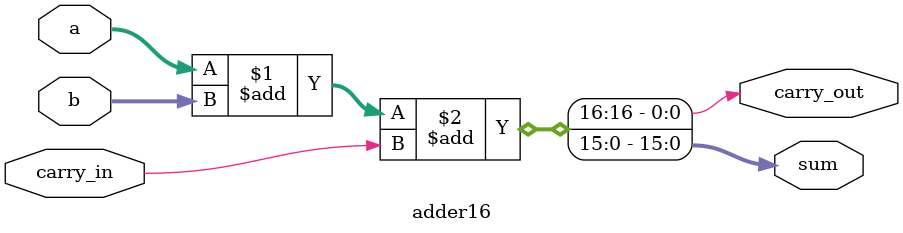
<source format=v>
module BIST_FA16(clk,en,test,rst,pf,x,y,c0,sum,carry_out);
	input  [15:0] x,y;
	input  clk,en,test,rst,c0;
	output [15:0]sum;
	output carry_out,pf;
	reg    [15:0]x_reg,y_reg;
	reg    [2:0]count;
	reg    c_in_reg;

	always@(posedge clk) begin
		if(test)begin
			count <= count +1 ;
		end
	end

	always@(posedge clk) begin
		if((!en)||rst)
		begin
			x_reg<={16{1'b0}};
			y_reg<={16{1'b0}};
			c_in_reg<=1'b0;
			count<=3'd0;
		end
		else
		begin
			if(test)
			begin
				case (count)
					3'b000:begin x_reg<={16{1'b0}};y_reg<={16{1'b0}};c_in_reg<=1'b0; end
					3'b001:begin x_reg<={16{1'b0}};y_reg<={16{1'b1}};c_in_reg<=1'b0; end
					3'b010:begin x_reg<={16{1'b0}};y_reg<={16{1'b1}};c_in_reg<=1'b1; end
					3'b011:begin x_reg<={16{1'b1}};y_reg<={16{1'b0}};c_in_reg<=1'b0; end
					3'b100:begin x_reg<={16{1'b1}};y_reg<={16{1'b0}};c_in_reg<=1'b1; end
					3'b101:begin x_reg<={16{1'b1}};y_reg<={16{1'b1}};c_in_reg<=1'b1; end
					3'b110:begin x_reg<={8{2'b01}};y_reg<={8{2'b01}};c_in_reg<=1'b0; end
					3'b111:begin x_reg<={8{2'b10}};y_reg<={8{2'b10}};c_in_reg<=1'b1; end
				endcase
				//count<=count+1;
			end
			else
			begin
				x_reg<=x;
				y_reg<=y;
				c_in_reg<=c0;
			end
		end
	end
	adder16 add16(x_reg,y_reg,c_in_reg,sum,carry_out);
	comparator u1(en,test,rst,sum,carry_out,count,pf);
endmodule 	


module comparator(en,test,rst,sum,carry_out,count,pf);
	input  [15:0]sum;
	input  [2:0]count;
	input  en,test,rst,carry_out;
	output pf;
	reg	 pf;
	always@(*) begin
		if((!test)||(!en)||rst)
			pf=0;
		else
		begin
			case (count)
				3'b000:pf=((sum=={8{2'b01}})&&(carry_out==1'b1));
				3'b001:pf=((sum=={16{1'b0}})&&(carry_out==1'b0));
				3'b010:pf=((sum=={16{1'b1}})&&(carry_out==1'b0));
				3'b011:pf=((sum=={16{1'b0}})&&(carry_out==1'b1));
				3'b100:pf=((sum=={16{1'b1}})&&(carry_out==1'b0));
				3'b101:pf=((sum=={16{1'b0}})&&(carry_out==1'b1));
				3'b110:pf=((sum=={16{1'b1}})&&(carry_out==1'b1));
				3'b111:pf=((sum=={8{2'b10}})&&(carry_out==1'b0));
			endcase
		end
	end
endmodule 


module adder16(a,b,carry_in,sum,carry_out);
	input  [15:0] a,b;
	input  carry_in;
	output [15:0]sum;
	output carry_out;
	wire   [15:0]sum;
	wire   carry_out;
	
	assign {carry_out,sum} = a+b+carry_in;
endmodule

</source>
